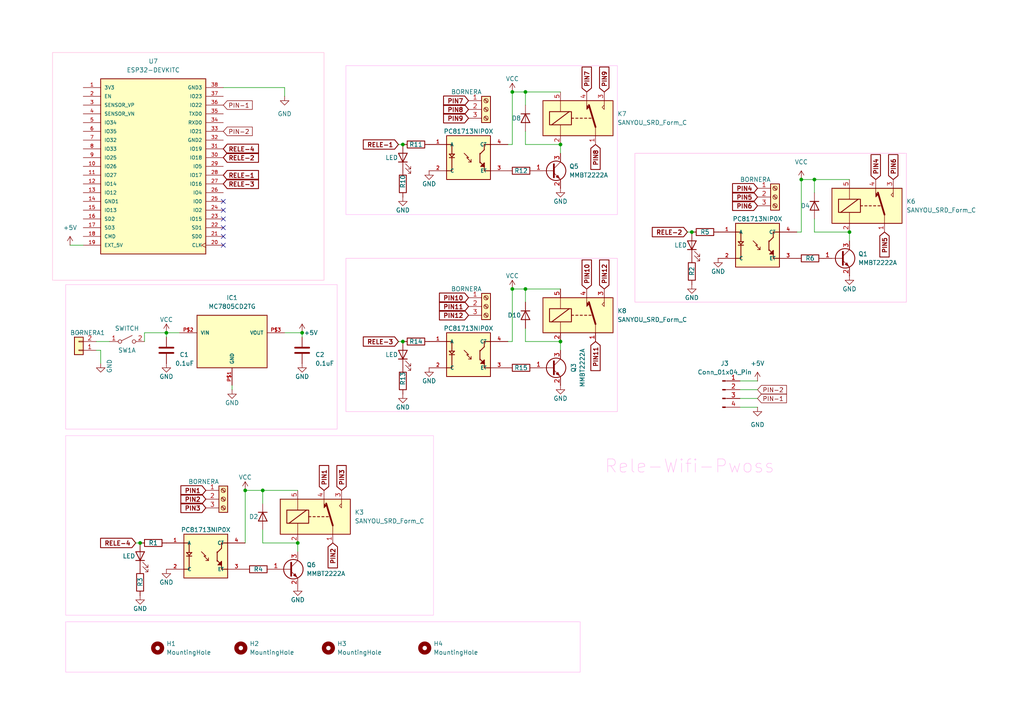
<source format=kicad_sch>
(kicad_sch (version 20250114) (generator "eeschema") (generator_version "9.0")
  (paper "A4")
  (lib_symbols
    (symbol "Connector:Conn_01x04_Pin" (pin_names (offset 1.016) (hide yes))
      (property "Reference" "J" (at 0 5.08 0))
      (property "Value" "Conn_01x04_Pin" (at 0 -7.62 0))
      (symbol "Conn_01x04_Pin_1_1"
        (rectangle (start 0.8636 2.667) (end 0 2.413) (stroke (width 0.1524)) (fill (type outline)))
        (rectangle (start 0.8636 0.127) (end 0 -0.127) (stroke (width 0.1524)) (fill (type outline)))
        (rectangle (start 0.8636 -2.413) (end 0 -2.667) (stroke (width 0.1524)) (fill (type outline)))
        (rectangle (start 0.8636 -4.953) (end 0 -5.207) (stroke (width 0.1524)) (fill (type outline)))
        (polyline (pts (xy 1.27 2.54) (xy 0.8636 2.54)) (stroke (width 0.1524)))
        (polyline (pts (xy 1.27 0) (xy 0.8636 0)) (stroke (width 0.1524)))
        (polyline (pts (xy 1.27 -2.54) (xy 0.8636 -2.54)) (stroke (width 0.1524)))
        (polyline (pts (xy 1.27 -5.08) (xy 0.8636 -5.08)) (stroke (width 0.1524)))
        (pin passive line (at 5.08 2.54 180) (length 3.81) (name "Pin_1") (number "1"))
        (pin passive line (at 5.08 0 180) (length 3.81) (name "Pin_2") (number "2"))
        (pin passive line (at 5.08 -2.54 180) (length 3.81) (name "Pin_3") (number "3"))
        (pin passive line (at 5.08 -5.08 180) (length 3.81) (name "Pin_4") (number "4"))
      )
    )
    (symbol "Connector:Screw_Terminal_01x03" (pin_names (offset 1.016) (hide yes))
      (property "Reference" "J" (at 0 5.08 0))
      (property "Value" "Screw_Terminal_01x03" (at 0 -5.08 0))
      (symbol "Screw_Terminal_01x03_1_1"
        (rectangle (start -1.27 3.81) (end 1.27 -3.81) (stroke (width 0.254)) (fill (type background)))
        (polyline (pts (xy -0.5334 2.8702) (xy 0.3302 2.032)) (stroke (width 0.1524)))
        (polyline (pts (xy -0.5334 0.3302) (xy 0.3302 -0.508)) (stroke (width 0.1524)))
        (polyline (pts (xy -0.5334 -2.2098) (xy 0.3302 -3.048)) (stroke (width 0.1524)))
        (polyline (pts (xy -0.3556 3.048) (xy 0.508 2.2098)) (stroke (width 0.1524)))
        (polyline (pts (xy -0.3556 0.508) (xy 0.508 -0.3302)) (stroke (width 0.1524)))
        (polyline (pts (xy -0.3556 -2.032) (xy 0.508 -2.8702)) (stroke (width 0.1524)))
        (circle (center 0 2.54) (radius 0.635) (stroke (width 0.1524)))
        (circle (center 0 0) (radius 0.635) (stroke (width 0.1524)))
        (circle (center 0 -2.54) (radius 0.635) (stroke (width 0.1524)))
        (pin passive line (at -5.08 2.54 0) (length 3.81) (name "Pin_1") (number "1"))
        (pin passive line (at -5.08 0 0) (length 3.81) (name "Pin_2") (number "2"))
        (pin passive line (at -5.08 -2.54 0) (length 3.81) (name "Pin_3") (number "3"))
      )
    )
    (symbol "Connector_Generic:Conn_01x02" (pin_names (offset 1.016) (hide yes))
      (property "Reference" "J" (at 0 2.54 0))
      (property "Value" "Conn_01x02" (at 0 -5.08 0))
      (symbol "Conn_01x02_1_1"
        (rectangle (start -1.27 1.27) (end 1.27 -3.81) (stroke (width 0.254)) (fill (type background)))
        (rectangle (start -1.27 0.127) (end 0 -0.127) (stroke (width 0.1524)))
        (rectangle (start -1.27 -2.413) (end 0 -2.667) (stroke (width 0.1524)))
        (pin passive line (at -5.08 0 0) (length 3.81) (name "Pin_1") (number "1"))
        (pin passive line (at -5.08 -2.54 0) (length 3.81) (name "Pin_2") (number "2"))
      )
    )
    (symbol "Device:C" (pin_numbers (hide yes)) (pin_names (offset 0.254))
      (property "Reference" "C" (at 0.635 2.54 0))
      (property "Value" "C" (at 0.635 -2.54 0))
      (symbol "C_0_1"
        (polyline (pts (xy -2.032 0.762) (xy 2.032 0.762)) (stroke (width 0.508)))
        (polyline (pts (xy -2.032 -0.762) (xy 2.032 -0.762)) (stroke (width 0.508)))
      )
      (symbol "C_1_1"
        (pin passive line (at 0 3.81 270) (length 2.794) (name "~") (number "1"))
        (pin passive line (at 0 -3.81 90) (length 2.794) (name "~") (number "2"))
      )
    )
    (symbol "Device:D" (pin_numbers (hide yes)) (pin_names (offset 1.016) (hide yes))
      (property "Reference" "D" (at 0 2.54 0))
      (property "Value" "D" (at 0 -2.54 0))
      (symbol "D_0_1"
        (polyline (pts (xy -1.27 1.27) (xy -1.27 -1.27)) (stroke (width 0.254)))
        (polyline (pts (xy 1.27 1.27) (xy 1.27 -1.27) (xy -1.27 0) (xy 1.27 1.27)) (stroke (width 0.254)))
        (polyline (pts (xy 1.27 0) (xy -1.27 0)))
      )
      (symbol "D_1_1"
        (pin passive line (at -3.81 0 0) (length 2.54) (name "K") (number "1"))
        (pin passive line (at 3.81 0 180) (length 2.54) (name "A") (number "2"))
      )
    )
    (symbol "Device:LED" (pin_numbers (hide yes)) (pin_names (offset 1.016) (hide yes))
      (property "Reference" "D" (at 0 2.54 0))
      (property "Value" "LED" (at 0 -2.54 0))
      (symbol "LED_0_1"
        (polyline (pts (xy -3.048 -0.762) (xy -4.572 -2.286) (xy -3.81 -2.286) (xy -4.572 -2.286) (xy -4.572 -1.524)))
        (polyline (pts (xy -1.778 -0.762) (xy -3.302 -2.286) (xy -2.54 -2.286) (xy -3.302 -2.286) (xy -3.302 -1.524)))
        (polyline (pts (xy -1.27 0) (xy 1.27 0)))
        (polyline (pts (xy -1.27 -1.27) (xy -1.27 1.27)) (stroke (width 0.254)))
        (polyline (pts (xy 1.27 -1.27) (xy 1.27 1.27) (xy -1.27 0) (xy 1.27 -1.27)) (stroke (width 0.254)))
      )
      (symbol "LED_1_1"
        (pin passive line (at -3.81 0 0) (length 2.54) (name "K") (number "1"))
        (pin passive line (at 3.81 0 180) (length 2.54) (name "A") (number "2"))
      )
    )
    (symbol "Device:R" (pin_numbers (hide yes)) (pin_names (offset 0))
      (property "Reference" "R" (at 2.032 0 90))
      (property "Value" "R" (at 0 0 90))
      (symbol "R_0_1"
        (rectangle (start -1.016 -2.54) (end 1.016 2.54) (stroke (width 0.254)))
      )
      (symbol "R_1_1"
        (pin passive line (at 0 3.81 270) (length 1.27) (name "~") (number "1"))
        (pin passive line (at 0 -3.81 90) (length 1.27) (name "~") (number "2"))
      )
    )
    (symbol "ESP32-DEVKITC:ESP32-DEVKITC" (pin_names (offset 1.016))
      (property "Reference" "U" (at -15.2572 26.0643 0))
      (property "Value" "ESP32-DEVKITC" (at -15.2563 -27.9698 0))
      (symbol "ESP32-DEVKITC_0_0"
        (rectangle (start -15.24 -25.4) (end 15.24 25.4) (stroke (width 0.254)) (fill (type background)))
        (pin power_in line (at -20.32 22.86 0) (length 5.08) (name "3V3") (number "1"))
        (pin input line (at -20.32 20.32 0) (length 5.08) (name "EN") (number "2"))
        (pin input line (at -20.32 17.78 0) (length 5.08) (name "SENSOR_VP") (number "3"))
        (pin input line (at -20.32 15.24 0) (length 5.08) (name "SENSOR_VN") (number "4"))
        (pin bidirectional line (at -20.32 12.7 0) (length 5.08) (name "IO34") (number "5"))
        (pin bidirectional line (at -20.32 10.16 0) (length 5.08) (name "IO35") (number "6"))
        (pin bidirectional line (at -20.32 7.62 0) (length 5.08) (name "IO32") (number "7"))
        (pin bidirectional line (at -20.32 5.08 0) (length 5.08) (name "IO33") (number "8"))
        (pin bidirectional line (at -20.32 2.54 0) (length 5.08) (name "IO25") (number "9"))
        (pin bidirectional line (at -20.32 0 0) (length 5.08) (name "IO26") (number "10"))
        (pin bidirectional line (at -20.32 -2.54 0) (length 5.08) (name "IO27") (number "11"))
        (pin bidirectional line (at -20.32 -5.08 0) (length 5.08) (name "IO14") (number "12"))
        (pin bidirectional line (at -20.32 -7.62 0) (length 5.08) (name "IO12") (number "13"))
        (pin power_in line (at -20.32 -10.16 0) (length 5.08) (name "GND1") (number "14"))
        (pin bidirectional line (at -20.32 -12.7 0) (length 5.08) (name "IO13") (number "15"))
        (pin bidirectional line (at -20.32 -15.24 0) (length 5.08) (name "SD2") (number "16"))
        (pin bidirectional line (at -20.32 -17.78 0) (length 5.08) (name "SD3") (number "17"))
        (pin bidirectional line (at -20.32 -20.32 0) (length 5.08) (name "CMD") (number "18"))
        (pin power_in line (at -20.32 -22.86 0) (length 5.08) (name "EXT_5V") (number "19"))
        (pin power_in line (at 20.32 22.86 180) (length 5.08) (name "GND3") (number "38"))
        (pin bidirectional line (at 20.32 20.32 180) (length 5.08) (name "IO23") (number "37"))
        (pin bidirectional line (at 20.32 17.78 180) (length 5.08) (name "IO22") (number "36"))
        (pin output line (at 20.32 15.24 180) (length 5.08) (name "TXD0") (number "35"))
        (pin input line (at 20.32 12.7 180) (length 5.08) (name "RXD0") (number "34"))
        (pin bidirectional line (at 20.32 10.16 180) (length 5.08) (name "IO21") (number "33"))
        (pin power_in line (at 20.32 7.62 180) (length 5.08) (name "GND2") (number "32"))
        (pin bidirectional line (at 20.32 5.08 180) (length 5.08) (name "IO19") (number "31"))
        (pin bidirectional line (at 20.32 2.54 180) (length 5.08) (name "IO18") (number "30"))
        (pin bidirectional line (at 20.32 0 180) (length 5.08) (name "IO5") (number "29"))
        (pin bidirectional line (at 20.32 -2.54 180) (length 5.08) (name "IO17") (number "28"))
        (pin bidirectional line (at 20.32 -5.08 180) (length 5.08) (name "IO16") (number "27"))
        (pin bidirectional line (at 20.32 -7.62 180) (length 5.08) (name "IO4") (number "26"))
        (pin bidirectional line (at 20.32 -10.16 180) (length 5.08) (name "IO0") (number "25"))
        (pin bidirectional line (at 20.32 -12.7 180) (length 5.08) (name "IO2") (number "24"))
        (pin bidirectional line (at 20.32 -15.24 180) (length 5.08) (name "IO15") (number "23"))
        (pin bidirectional line (at 20.32 -17.78 180) (length 5.08) (name "SD1") (number "22"))
        (pin bidirectional line (at 20.32 -20.32 180) (length 5.08) (name "SD0") (number "21"))
        (pin input clock (at 20.32 -22.86 180) (length 5.08) (name "CLK") (number "20"))
      )
    )
    (symbol "MC7805CD2TG:MC7805CD2TG" (pin_names (offset 1.016))
      (property "Reference" "IC" (at -5.08 12.7 0))
      (symbol "MC7805CD2TG_0_0"
        (rectangle (start -10.16 -5.08) (end 10.16 10.16) (stroke (width 0.254)) (fill (type background)))
        (pin bidirectional line (at -15.24 5.08 0) (length 5.08) (name "VIN") (number "P$2"))
        (pin bidirectional line (at 0 -10.16 90) (length 5.08) (name "GND") (number "P$1"))
        (pin bidirectional line (at 15.24 5.08 180) (length 5.08) (name "VOUT") (number "P$3"))
      )
    )
    (symbol "Mechanical:MountingHole" (pin_names (offset 1.016)) (exclude_from_sim yes) (in_bom no)
      (property "Reference" "H" (at 0 5.08 0))
      (property "Value" "MountingHole" (at 0 3.175 0))
      (symbol "MountingHole_0_1"
        (circle (center 0 0) (radius 1.27) (stroke (width 1.27)))
      )
    )
    (symbol "PC81713NIP0X:PC81713NIP0X" (pin_names (offset 1.016))
      (property "Reference" "U" (at -5.0866 10.1732 0))
      (property "Value" "PC81713NIP0X" (at -5.0839 -7.6258 0))
      (symbol "PC81713NIP0X_0_0"
        (polyline (pts (xy -5.08 5.08) (xy -3.556 5.08)) (stroke (width 0.254)))
        (rectangle (start -5.08 -5.08) (end 7.62 7.62) (stroke (width 0.254)) (fill (type background)))
        (polyline (pts (xy -4.318 2.286) (xy -3.556 1.524)) (stroke (width 0.254)))
        (polyline (pts (xy -4.318 1.27) (xy -2.794 1.27)) (stroke (width 0.254)))
        (polyline (pts (xy -3.556 5.08) (xy -3.556 2.286)) (stroke (width 0.254)))
        (polyline (pts (xy -3.556 2.286) (xy -4.318 2.286)) (stroke (width 0.254)))
        (polyline (pts (xy -3.556 2.286) (xy -2.794 2.286)) (stroke (width 0.254)))
        (polyline (pts (xy -3.556 1.524) (xy -2.794 2.286)) (stroke (width 0.254)))
        (polyline (pts (xy -3.556 1.27) (xy -3.556 -2.54)) (stroke (width 0.254)))
        (polyline (pts (xy -3.556 -2.54) (xy -5.08 -2.54)) (stroke (width 0.254)))
        (polyline (pts (xy 0 2.54) (xy 1.27 1.27)) (stroke (width 0.2032)))
        (polyline (pts (xy 0.762 1.27) (xy 2.032 0)) (stroke (width 0.2032)))
        (polyline (pts (xy 1.27 1.27) (xy 0.762 1.27)) (stroke (width 0.2032)))
        (polyline (pts (xy 2.032 0) (xy 1.27 0)) (stroke (width 0.2032)))
        (polyline (pts (xy 2.032 0) (xy 2.032 0.762)) (stroke (width 0.2032)))
        (polyline (pts (xy 4.572 2.286) (xy 4.572 2.54)) (stroke (width 0.254)))
        (polyline (pts (xy 4.572 2.286) (xy 4.572 0)) (stroke (width 0.254)))
        (polyline (pts (xy 4.572 0) (xy 4.572 -0.254)) (stroke (width 0.254)))
        (polyline (pts (xy 4.572 0) (xy 5.842 -1.27)) (stroke (width 0.254)))
        (polyline (pts (xy 4.826 -1.27) (xy 5.588 -1.27)) (stroke (width 0.254)))
        (polyline (pts (xy 5.08 -1.016) (xy 4.826 -1.27)) (stroke (width 0.254)))
        (polyline (pts (xy 5.08 -1.016) (xy 5.334 -1.016)) (stroke (width 0.254)))
        (polyline (pts (xy 5.334 -1.016) (xy 5.588 -1.27)) (stroke (width 0.254)))
        (polyline (pts (xy 5.588 -0.762) (xy 5.334 -1.016)) (stroke (width 0.254)))
        (polyline (pts (xy 5.588 -0.762) (xy 5.842 -0.508)) (stroke (width 0.254)))
        (polyline (pts (xy 5.588 -1.27) (xy 5.588 -0.762)) (stroke (width 0.254)))
        (polyline (pts (xy 5.588 -1.27) (xy 5.842 -1.27)) (stroke (width 0.254)))
        (polyline (pts (xy 5.842 5.08) (xy 5.842 3.556)) (stroke (width 0.254)))
        (polyline (pts (xy 5.842 3.556) (xy 4.572 2.286)) (stroke (width 0.254)))
        (polyline (pts (xy 5.842 -0.254) (xy 5.08 -1.016)) (stroke (width 0.254)))
        (polyline (pts (xy 5.842 -0.508) (xy 5.842 -0.254)) (stroke (width 0.254)))
        (polyline (pts (xy 5.842 -1.016) (xy 5.588 -0.762)) (stroke (width 0.254)))
        (polyline (pts (xy 5.842 -1.016) (xy 5.842 -0.508)) (stroke (width 0.254)))
        (polyline (pts (xy 5.842 -1.27) (xy 5.842 -1.016)) (stroke (width 0.254)))
        (polyline (pts (xy 5.842 -1.27) (xy 5.842 -2.54)) (stroke (width 0.254)))
        (polyline (pts (xy 5.842 -2.54) (xy 7.62 -2.54)) (stroke (width 0.254)))
        (polyline (pts (xy 7.62 5.08) (xy 5.842 5.08)) (stroke (width 0.254)))
        (pin passive line (at -10.16 5.08 0) (length 5.08) (name "A") (number "1"))
        (pin passive line (at -10.16 -2.54 0) (length 5.08) (name "C") (number "2"))
        (pin passive line (at 12.7 5.08 180) (length 5.08) (name "CT") (number "4"))
        (pin passive line (at 12.7 -2.54 180) (length 5.08) (name "ET") (number "3"))
      )
    )
    (symbol "R_1" (pin_numbers (hide yes)) (pin_names (offset 0) (hide yes))
      (property "Reference" "R" (at 2.032 0 90))
      (property "Value" "R" (at 0 0 90))
      (symbol "R_1_0_1"
        (rectangle (start -1.016 -2.54) (end 1.016 2.54) (stroke (width 0.254)))
      )
      (symbol "R_1_1_1"
        (pin passive line (at 0 3.81 270) (length 1.27) (name "~") (number "1"))
        (pin passive line (at 0 -3.81 90) (length 1.27) (name "~") (number "2"))
      )
    )
    (symbol "Relay:SANYOU_SRD_Form_C"
      (property "Reference" "K" (at 11.43 3.81 0))
      (property "Value" "SANYOU_SRD_Form_C" (at 11.43 1.27 0))
      (symbol "SANYOU_SRD_Form_C_0_0"
        (polyline (pts (xy 7.62 5.08) (xy 7.62 2.54) (xy 6.985 3.175) (xy 7.62 3.81)))
      )
      (symbol "SANYOU_SRD_Form_C_0_1"
        (rectangle (start -10.16 5.08) (end 10.16 -5.08) (stroke (width 0.254)) (fill (type background)))
        (rectangle (start -8.255 1.905) (end -1.905 -1.905) (stroke (width 0.254)))
        (polyline (pts (xy -7.62 -1.905) (xy -2.54 1.905)) (stroke (width 0.254)))
        (polyline (pts (xy -5.08 5.08) (xy -5.08 1.905)))
        (polyline (pts (xy -5.08 -5.08) (xy -5.08 -1.905)))
        (polyline (pts (xy -1.905 0) (xy -1.27 0)) (stroke (width 0.254)))
        (polyline (pts (xy -0.635 0) (xy 0 0)) (stroke (width 0.254)))
        (polyline (pts (xy 0.635 0) (xy 1.27 0)) (stroke (width 0.254)))
        (polyline (pts (xy 1.905 0) (xy 2.54 0)) (stroke (width 0.254)))
        (polyline (pts (xy 3.175 0) (xy 3.81 0)) (stroke (width 0.254)))
        (polyline (pts (xy 5.08 -2.54) (xy 3.175 3.81)) (stroke (width 0.508)))
        (polyline (pts (xy 5.08 -2.54) (xy 5.08 -5.08)))
      )
      (symbol "SANYOU_SRD_Form_C_1_1"
        (polyline (pts (xy 2.54 3.81) (xy 3.175 3.175) (xy 2.54 2.54) (xy 2.54 5.08)) (fill (type outline)))
        (pin passive line (at -5.08 7.62 270) (length 2.54) (name "~") (number "5"))
        (pin passive line (at -5.08 -7.62 90) (length 2.54) (name "~") (number "2"))
        (pin passive line (at 2.54 7.62 270) (length 2.54) (name "~") (number "4"))
        (pin passive line (at 5.08 -7.62 90) (length 2.54) (name "~") (number "1"))
        (pin passive line (at 7.62 7.62 270) (length 2.54) (name "~") (number "3"))
      )
    )
    (symbol "Switch:SW_DPST_x2" (pin_names (offset 0) (hide yes))
      (property "Reference" "SW" (at 0 3.175 0))
      (property "Value" "SW_DPST_x2" (at 0 -2.54 0))
      (symbol "SW_DPST_x2_0_0"
        (circle (center -2.032 0) (radius 0.508))
        (polyline (pts (xy -1.524 0.254) (xy 1.524 1.778)))
        (circle (center 2.032 0) (radius 0.508))
      )
      (symbol "SW_DPST_x2_1_1"
        (pin passive line (at -5.08 0 0) (length 2.54) (name "A") (number "1"))
        (pin passive line (at 5.08 0 180) (length 2.54) (name "B") (number "2"))
      )
      (symbol "SW_DPST_x2_2_1"
        (pin passive line (at -5.08 0 0) (length 2.54) (name "A") (number "3"))
        (pin passive line (at 5.08 0 180) (length 2.54) (name "B") (number "4"))
      )
    )
    (symbol "Transistor_BJT:MMBT2222A" (pin_names (offset 0) (hide yes))
      (property "Reference" "Q" (at 5.08 1.905 0))
      (property "Value" "MMBT2222A" (at 5.08 0 0))
      (symbol "MMBT2222A_0_1"
        (polyline (pts (xy -2.54 0) (xy 0.635 0)))
        (polyline (pts (xy 0.635 1.905) (xy 0.635 -1.905)) (stroke (width 0.508)))
        (circle (center 1.27 0) (radius 2.8194) (stroke (width 0.254)))
      )
      (symbol "MMBT2222A_1_1"
        (polyline (pts (xy 0.635 0.635) (xy 2.54 2.54)))
        (polyline (pts (xy 0.635 -0.635) (xy 2.54 -2.54)))
        (polyline (pts (xy 1.27 -1.778) (xy 1.778 -1.27) (xy 2.286 -2.286) (xy 1.27 -1.778)) (fill (type outline)))
        (pin input line (at -5.08 0 0) (length 2.54) (name "B") (number "1"))
        (pin passive line (at 2.54 5.08 270) (length 2.54) (name "C") (number "3"))
        (pin passive line (at 2.54 -5.08 90) (length 2.54) (name "E") (number "2"))
      )
    )
    (symbol "power:+12V" (power) (pin_numbers (hide yes)) (pin_names (offset 0) (hide yes))
      (property "Value" "+12V" (at 0 3.556 0))
      (symbol "+12V_0_1"
        (polyline (pts (xy -0.762 1.27) (xy 0 2.54)))
        (polyline (pts (xy 0 2.54) (xy 0.762 1.27)))
        (polyline (pts (xy 0 0) (xy 0 2.54)))
      )
      (symbol "+12V_1_1"
        (pin power_in line (at 0 0 90) (length 0) (name "~") (number "1"))
      )
    )
    (symbol "power:+5V" (power) (pin_numbers (hide yes)) (pin_names (offset 0) (hide yes))
      (property "Value" "+5V" (at 0 3.556 0))
      (symbol "+5V_0_1"
        (polyline (pts (xy -0.762 1.27) (xy 0 2.54)))
        (polyline (pts (xy 0 2.54) (xy 0.762 1.27)))
        (polyline (pts (xy 0 0) (xy 0 2.54)))
      )
      (symbol "+5V_1_1"
        (pin power_in line (at 0 0 90) (length 0) (name "~") (number "1"))
      )
    )
    (symbol "power:GND" (power) (pin_numbers (hide yes)) (pin_names (offset 0) (hide yes))
      (property "Value" "GND" (at 0 -3.81 0))
      (symbol "GND_0_1"
        (polyline (pts (xy 0 0) (xy 0 -1.27) (xy 1.27 -1.27) (xy 0 -2.54) (xy -1.27 -1.27) (xy 0 -1.27)))
      )
      (symbol "GND_1_1"
        (pin power_in line (at 0 0 270) (length 0) (name "~") (number "1"))
      )
    )
  )
  (rectangle (start 100.33 74.93) (end 179.07 119.38) (stroke (width 0) (color 255 178 234 1)))
  (rectangle (start 184.15 44.45) (end 262.89 87.63) (stroke (width 0) (color 255 177 232 1)))
  (rectangle (start 19.05 126.365) (end 125.73 178.435) (stroke (width 0) (color 255 191 243 1)))
  (rectangle (start 100.33 19.05) (end 179.07 62.23) (stroke (width 0) (color 255 184 247 1)))
  (rectangle (start 15.24 15.24) (end 93.98 81.28) (stroke (width 0) (color 255 185 221 1)))
  (rectangle (start 19.05 82.55) (end 97.79 124.46) (stroke (width 0) (color 255 182 237 1)))
  (rectangle (start 19.05 180.34) (end 168.275 194.945) (stroke (width 0) (color 255 182 243 1)))
  (junction (at 162.56 41.91))
  (junction (at 40.64 157.48))
  (junction (at 86.36 157.48))
  (junction (at 87.63 96.52))
  (junction (at 116.84 99.06))
  (junction (at 200.66 67.31))
  (junction (at 148.59 83.82))
  (junction (at 148.59 26.67))
  (junction (at 116.84 41.91))
  (junction (at 152.4 83.82))
  (junction (at 246.38 67.31))
  (junction (at 48.26 96.52))
  (junction (at 236.22 52.07))
  (junction (at 162.56 99.06))
  (junction (at 152.4 26.67))
  (junction (at 76.2 142.24))
  (junction (at 71.12 142.24))
  (junction (at 232.41 52.07))
  (no_connect (at 64.77 60.96))
  (no_connect (at 64.77 58.42))
  (no_connect (at 64.77 66.04))
  (no_connect (at 64.77 71.12))
  (no_connect (at 64.77 68.58))
  (no_connect (at 64.77 63.5))
  (wire (pts (xy 82.55 25.4) (xy 64.77 25.4)))
  (wire (pts (xy 214.63 110.49) (xy 219.71 110.49)))
  (wire (pts (xy 41.91 96.52) (xy 41.91 99.06)))
  (wire (pts (xy 214.63 118.11) (xy 219.71 118.11)))
  (wire (pts (xy 76.2 142.24) (xy 76.2 146.05)))
  (wire (pts (xy 41.91 96.52) (xy 48.26 96.52)))
  (wire (pts (xy 48.26 96.52) (xy 48.26 97.79)))
  (wire (pts (xy 71.12 142.24) (xy 71.12 157.48)))
  (wire (pts (xy 236.22 52.07) (xy 246.38 52.07)))
  (wire (pts (xy 148.59 83.82) (xy 152.4 83.82)))
  (wire (pts (xy 152.4 26.67) (xy 152.4 30.48)))
  (wire (pts (xy 162.56 41.91) (xy 162.56 44.45)))
  (wire (pts (xy 231.14 67.31) (xy 232.41 67.31)))
  (wire (pts (xy 29.21 101.6) (xy 29.21 105.41)))
  (wire (pts (xy 199.39 67.31) (xy 200.66 67.31)))
  (wire (pts (xy 232.41 52.07) (xy 232.41 67.31)))
  (wire (pts (xy 115.57 41.91) (xy 116.84 41.91)))
  (wire (pts (xy 148.59 26.67) (xy 152.4 26.67)))
  (wire (pts (xy 214.63 113.03) (xy 219.71 113.03)))
  (wire (pts (xy 236.22 63.5) (xy 236.22 67.31)))
  (wire (pts (xy 152.4 99.06) (xy 162.56 99.06)))
  (wire (pts (xy 162.56 99.06) (xy 162.56 101.6)))
  (wire (pts (xy 82.55 27.94) (xy 82.55 25.4)))
  (wire (pts (xy 232.41 52.07) (xy 236.22 52.07)))
  (wire (pts (xy 82.55 96.52) (xy 87.63 96.52)))
  (wire (pts (xy 39.37 157.48) (xy 40.64 157.48)))
  (wire (pts (xy 236.22 67.31) (xy 246.38 67.31)))
  (wire (pts (xy 86.36 157.48) (xy 86.36 160.02)))
  (wire (pts (xy 76.2 153.67) (xy 76.2 157.48)))
  (wire (pts (xy 52.07 96.52) (xy 48.26 96.52)))
  (wire (pts (xy 152.4 95.25) (xy 152.4 99.06)))
  (wire (pts (xy 148.59 26.67) (xy 148.59 41.91)))
  (wire (pts (xy 27.94 101.6) (xy 29.21 101.6)))
  (wire (pts (xy 152.4 41.91) (xy 162.56 41.91)))
  (wire (pts (xy 148.59 83.82) (xy 148.59 99.06)))
  (wire (pts (xy 147.32 99.06) (xy 148.59 99.06)))
  (wire (pts (xy 115.57 99.06) (xy 116.84 99.06)))
  (wire (pts (xy 152.4 83.82) (xy 162.56 83.82)))
  (wire (pts (xy 152.4 83.82) (xy 152.4 87.63)))
  (wire (pts (xy 76.2 157.48) (xy 86.36 157.48)))
  (wire (pts (xy 152.4 26.67) (xy 162.56 26.67)))
  (wire (pts (xy 76.2 142.24) (xy 86.36 142.24)))
  (wire (pts (xy 236.22 52.07) (xy 236.22 55.88)))
  (wire (pts (xy 67.31 113.03) (xy 67.31 111.76)))
  (wire (pts (xy 27.94 99.06) (xy 31.75 99.06)))
  (wire (pts (xy 71.12 142.24) (xy 76.2 142.24)))
  (wire (pts (xy 246.38 67.31) (xy 246.38 69.85)))
  (wire (pts (xy 152.4 38.1) (xy 152.4 41.91)))
  (wire (pts (xy 214.63 115.57) (xy 219.71 115.57)))
  (wire (pts (xy 147.32 41.91) (xy 148.59 41.91)))
  (wire (pts (xy 87.63 96.52) (xy 87.63 97.79)))
  (wire (pts (xy 20.32 71.12) (xy 24.13 71.12)))
  (label "Rele-Wifi-Pwoss" (at 175.26 138.43 0) (effects (font (size 3.81 3.81))))
  (global_label "PIN11" (shape input) (at 172.72 99.06 270) (effects (font (thickness 0.254) (bold yes))) (property "Intersheetrefs" "${INTERSHEET_REFS}" (effects (hide yes))))
  (global_label "PIN9" (shape input) (at 135.89 34.29 180) (effects (font (thickness 0.254) (bold yes))) (property "Intersheetrefs" "${INTERSHEET_REFS}" (effects (hide yes))))
  (global_label "PIN-1" (shape input) (at 64.77 30.48 0) (property "Intersheetrefs" "${INTERSHEET_REFS}" (effects (hide yes))))
  (global_label "PIN3" (shape input) (at 99.06 142.24 90) (effects (font (thickness 0.254) (bold yes))) (property "Intersheetrefs" "${INTERSHEET_REFS}" (effects (hide yes))))
  (global_label "PIN4" (shape input) (at 254 52.07 90) (effects (font (thickness 0.254) (bold yes))) (property "Intersheetrefs" "${INTERSHEET_REFS}" (effects (hide yes))))
  (global_label "RELE-2" (shape input) (at 199.39 67.31 180) (effects (font (thickness 0.254) (bold yes))) (property "Intersheetrefs" "${INTERSHEET_REFS}" (effects (hide yes))))
  (global_label "PIN5" (shape input) (at 256.54 67.31 270) (effects (font (thickness 0.254) (bold yes))) (property "Intersheetrefs" "${INTERSHEET_REFS}" (effects (hide yes))))
  (global_label "RELE-1" (shape input) (at 115.57 41.91 180) (effects (font (thickness 0.254) (bold yes))) (property "Intersheetrefs" "${INTERSHEET_REFS}" (effects (hide yes))))
  (global_label "PIN2" (shape input) (at 96.52 157.48 270) (effects (font (thickness 0.254) (bold yes))) (property "Intersheetrefs" "${INTERSHEET_REFS}" (effects (hide yes))))
  (global_label "PIN12" (shape input) (at 175.26 83.82 90) (effects (font (thickness 0.254) (bold yes))) (property "Intersheetrefs" "${INTERSHEET_REFS}" (effects (hide yes))))
  (global_label "RELE-3" (shape input) (at 64.77 53.34 0) (effects (font (thickness 0.254) (bold yes))) (property "Intersheetrefs" "${INTERSHEET_REFS}" (effects (hide yes))))
  (global_label "PIN3" (shape input) (at 59.69 147.32 180) (effects (font (thickness 0.254) (bold yes))) (property "Intersheetrefs" "${INTERSHEET_REFS}" (effects (hide yes))))
  (global_label "PIN8" (shape input) (at 172.72 41.91 270) (effects (font (thickness 0.254) (bold yes))) (property "Intersheetrefs" "${INTERSHEET_REFS}" (effects (hide yes))))
  (global_label "PIN-2" (shape input) (at 64.77 38.1 0) (property "Intersheetrefs" "${INTERSHEET_REFS}" (effects (hide yes))))
  (global_label "PIN7" (shape input) (at 135.89 29.21 180) (effects (font (thickness 0.254) (bold yes))) (property "Intersheetrefs" "${INTERSHEET_REFS}" (effects (hide yes))))
  (global_label "PIN10" (shape input) (at 135.89 86.36 180) (effects (font (thickness 0.254) (bold yes))) (property "Intersheetrefs" "${INTERSHEET_REFS}" (effects (hide yes))))
  (global_label "RELE-1" (shape input) (at 64.77 50.8 0) (effects (font (thickness 0.254) (bold yes))) (property "Intersheetrefs" "${INTERSHEET_REFS}" (effects (hide yes))))
  (global_label "PIN-1" (shape input) (at 219.71 115.57 0) (property "Intersheetrefs" "${INTERSHEET_REFS}" (effects (hide yes))))
  (global_label "RELE-4" (shape input) (at 64.77 43.18 0) (effects (font (thickness 0.254) (bold yes))) (property "Intersheetrefs" "${INTERSHEET_REFS}" (effects (hide yes))))
  (global_label "PIN1" (shape input) (at 93.98 142.24 90) (effects (font (thickness 0.254) (bold yes))) (property "Intersheetrefs" "${INTERSHEET_REFS}" (effects (hide yes))))
  (global_label "PIN5" (shape input) (at 219.71 57.15 180) (effects (font (thickness 0.254) (bold yes))) (property "Intersheetrefs" "${INTERSHEET_REFS}" (effects (hide yes))))
  (global_label "RELE-3" (shape input) (at 115.57 99.06 180) (effects (font (thickness 0.254) (bold yes))) (property "Intersheetrefs" "${INTERSHEET_REFS}" (effects (hide yes))))
  (global_label "RELE-2" (shape input) (at 64.77 45.72 0) (effects (font (thickness 0.254) (bold yes))) (property "Intersheetrefs" "${INTERSHEET_REFS}" (effects (hide yes))))
  (global_label "PIN8" (shape input) (at 135.89 31.75 180) (effects (font (thickness 0.254) (bold yes))) (property "Intersheetrefs" "${INTERSHEET_REFS}" (effects (hide yes))))
  (global_label "PIN4" (shape input) (at 219.71 54.61 180) (effects (font (thickness 0.254) (bold yes))) (property "Intersheetrefs" "${INTERSHEET_REFS}" (effects (hide yes))))
  (global_label "PIN1" (shape input) (at 59.69 142.24 180) (effects (font (thickness 0.254) (bold yes))) (property "Intersheetrefs" "${INTERSHEET_REFS}" (effects (hide yes))))
  (global_label "PIN9" (shape input) (at 175.26 26.67 90) (effects (font (thickness 0.254) (bold yes))) (property "Intersheetrefs" "${INTERSHEET_REFS}" (effects (hide yes))))
  (global_label "PIN6" (shape input) (at 219.71 59.69 180) (effects (font (thickness 0.254) (bold yes))) (property "Intersheetrefs" "${INTERSHEET_REFS}" (effects (hide yes))))
  (global_label "PIN10" (shape input) (at 170.18 83.82 90) (effects (font (thickness 0.254) (bold yes))) (property "Intersheetrefs" "${INTERSHEET_REFS}" (effects (hide yes))))
  (global_label "PIN7" (shape input) (at 170.18 26.67 90) (effects (font (thickness 0.254) (bold yes))) (property "Intersheetrefs" "${INTERSHEET_REFS}" (effects (hide yes))))
  (global_label "PIN-2" (shape input) (at 219.71 113.03 0) (property "Intersheetrefs" "${INTERSHEET_REFS}" (effects (hide yes))))
  (global_label "PIN11" (shape input) (at 135.89 88.9 180) (effects (font (thickness 0.254) (bold yes))) (property "Intersheetrefs" "${INTERSHEET_REFS}" (effects (hide yes))))
  (global_label "PIN12" (shape input) (at 135.89 91.44 180) (effects (font (thickness 0.254) (bold yes))) (property "Intersheetrefs" "${INTERSHEET_REFS}" (effects (hide yes))))
  (global_label "PIN6" (shape input) (at 259.08 52.07 90) (effects (font (thickness 0.254) (bold yes))) (property "Intersheetrefs" "${INTERSHEET_REFS}" (effects (hide yes))))
  (global_label "PIN2" (shape input) (at 59.69 144.78 180) (effects (font (thickness 0.254) (bold yes))) (property "Intersheetrefs" "${INTERSHEET_REFS}" (effects (hide yes))))
  (global_label "RELE-4" (shape input) (at 39.37 157.48 180) (effects (font (thickness 0.254) (bold yes))) (property "Intersheetrefs" "${INTERSHEET_REFS}" (effects (hide yes))))
  (symbol (lib_id "Relay:SANYOU_SRD_Form_C") (at 167.64 91.44 0) (unit 1)
    (property "Reference" "K8" (at 179.07 90.1699 0) (effects (justify left)))
    (property "Value" "SANYOU_SRD_Form_C" (at 179.07 92.7099 0) (effects (justify left)))
    (property "Footprint" "Relay_THT:Relay_SPDT_SANYOU_SRD_Series_Form_C" (effects (hide yes)))
    (property "Datasheet" "http://www.sanyourelay.ca/public/products/pdf/SRD.pdf" (effects (hide yes)))
    (property "Description" "Sanyo SRD relay, Single Pole Miniature Power Relay," (effects (hide yes)))
  )
  (symbol (lib_id "Relay:SANYOU_SRD_Form_C") (at 167.64 34.29 0) (unit 1)
    (property "Reference" "K7" (at 179.07 33.0199 0) (effects (justify left)))
    (property "Value" "SANYOU_SRD_Form_C" (at 179.07 35.5599 0) (effects (justify left)))
    (property "Footprint" "Relay_THT:Relay_SPDT_SANYOU_SRD_Series_Form_C" (effects (hide yes)))
    (property "Datasheet" "http://www.sanyourelay.ca/public/products/pdf/SRD.pdf" (effects (hide yes)))
    (property "Description" "Sanyo SRD relay, Single Pole Miniature Power Relay," (effects (hide yes)))
  )
  (symbol (lib_id "Connector:Conn_01x04_Pin") (at 209.55 113.03 0) (unit 1)
    (property "Reference" "J3" (at 210.185 105.41 0))
    (property "Value" "Conn_01x04_Pin" (at 210.185 107.95 0))
    (property "Footprint" "Connector_PinSocket_2.54mm:PinSocket_1x04_P2.54mm_Vertical" (effects (hide yes)))
    (property "Description" "Generic connector, single row, 01x04, script generated" (effects (hide yes)))
  )
  (symbol (lib_id "Device:R") (at 204.47 67.31 90) (unit 1)
    (property "Reference" "R5" (at 204.47 67.31 90))
    (property "Value" "R" (effects (hide yes)))
    (property "Footprint" "Resistor_SMD:R_0805_2012Metric" (effects (hide yes)))
    (property "Description" "Resistor" (effects (hide yes)))
  )
  (symbol (lib_name "R_1") (lib_id "Device:R") (at 151.13 106.68 90) (unit 1)
    (property "Reference" "R15" (at 151.13 106.68 90))
    (property "Value" "R" (effects (hide yes)))
    (property "Footprint" "Resistor_SMD:R_0805_2012Metric" (effects (hide yes)))
    (property "Description" "Resistor" (effects (hide yes)))
  )
  (symbol (lib_id "Device:R") (at 40.64 168.91 0) (unit 1)
    (property "Reference" "R3" (at 40.64 170.18 90) (effects (justify left)))
    (property "Value" "R" (effects (hide yes)))
    (property "Footprint" "Resistor_SMD:R_0805_2012Metric" (effects (hide yes)))
    (property "Description" "Resistor" (effects (hide yes)))
  )
  (symbol (lib_id "power:+5V") (at 87.63 96.52 0) (unit 1)
    (property "Reference" "#PWR023" (effects (hide yes)))
    (property "Value" "+5V" (at 90.17 96.52 0))
    (property "Description" "Power symbol creates a global label with name \"+5V\"" (effects (hide yes)))
  )
  (symbol (lib_id "Device:D") (at 76.2 149.86 270) (unit 1)
    (property "Reference" "D2" (at 74.93 149.86 90) (effects (justify right)))
    (property "Value" "D" (effects (hide yes)))
    (property "Footprint" "Diode_SMD:D_SMA" (effects (hide yes)))
    (property "Description" "Diode" (effects (hide yes)))
    (property "Sim.Device" "D" (effects (hide yes)))
    (property "Sim.Pins" "1=K 2=A" (effects (hide yes)))
  )
  (symbol (lib_id "power:+12V") (at 48.26 96.52 0) (unit 1)
    (property "Reference" "#PWR022" (effects (hide yes)))
    (property "Value" "VCC" (at 48.26 92.71 0))
    (property "Description" "Power symbol creates a global label with name \"+12V\"" (effects (hide yes)))
  )
  (symbol (lib_id "Transistor_BJT:MMBT2222A") (at 243.84 74.93 0) (unit 1)
    (property "Reference" "Q1" (at 248.92 73.6599 0) (effects (justify left)))
    (property "Value" "MMBT2222A" (at 248.92 76.1999 0) (effects (justify left)))
    (property "Footprint" "Package_TO_SOT_SMD:SOT-23" (effects (hide yes)))
    (property "Datasheet" "https://assets.nexperia.com/documents/data-sheet/MMBT2222A.pdf" (effects (hide yes)))
    (property "Description" "600mA Ic, 40V Vce, NPN Transistor, SOT-23" (effects (hide yes)))
  )
  (symbol (lib_id "Connector:Screw_Terminal_01x03") (at 224.79 57.15 0) (unit 1)
    (property "Reference" "J2" (effects (hide yes)))
    (property "Value" "BORNERA" (at 214.63 52.07 0) (effects (justify left)))
    (property "Footprint" "TerminalBlock:TerminalBlock_bornier-3_P5.08mm" (effects (hide yes)))
    (property "Description" "Generic screw terminal, single row, 01x03, script generated (kicad-library-utils/schlib/autogen/connector/)" (effects (hide yes)))
  )
  (symbol (lib_id "power:GND") (at 29.21 105.41 0) (unit 1)
    (property "Reference" "#PWR09" (effects (hide yes)))
    (property "Value" "GND" (at 31.75 104.14 90) (effects (justify right)))
    (property "Description" "Power symbol creates a global label with name \"GND\" , ground" (effects (hide yes)))
  )
  (symbol (lib_id "power:GND") (at 208.28 74.93 0) (unit 1)
    (property "Reference" "#PWR06" (effects (hide yes)))
    (property "Value" "GND" (at 208.28 78.74 0))
    (property "Description" "Power symbol creates a global label with name \"GND\" , ground" (effects (hide yes)))
  )
  (symbol (lib_id "power:GND") (at 82.55 27.94 0) (unit 1)
    (property "Reference" "#PWR010" (effects (hide yes)))
    (property "Value" "GND" (at 82.55 33.02 0))
    (property "Description" "Power symbol creates a global label with name \"GND\" , ground" (effects (hide yes)))
  )
  (symbol (lib_id "Device:LED") (at 200.66 71.12 90) (unit 1)
    (property "Reference" "D1" (effects (hide yes)))
    (property "Value" "LED" (at 195.58 71.12 90) (effects (justify right)))
    (property "Footprint" "LED_SMD:LED_0805_2012Metric_Pad1.15x1.40mm_HandSolder" (effects (hide yes)))
    (property "Description" "Light emitting diode" (effects (hide yes)))
  )
  (symbol (lib_id "power:+12V") (at 148.59 83.82 0) (unit 1)
    (property "Reference" "#PWR019" (effects (hide yes)))
    (property "Value" "VCC" (at 148.59 80.01 0))
    (property "Description" "Power symbol creates a global label with name \"+12V\"" (effects (hide yes)))
  )
  (symbol (lib_id "Device:LED") (at 116.84 45.72 90) (unit 1)
    (property "Reference" "D7" (effects (hide yes)))
    (property "Value" "LED" (at 111.76 45.72 90) (effects (justify right)))
    (property "Footprint" "LED_SMD:LED_0805_2012Metric_Pad1.15x1.40mm_HandSolder" (effects (hide yes)))
    (property "Description" "Light emitting diode" (effects (hide yes)))
  )
  (symbol (lib_id "Device:C") (at 48.26 101.6 0) (unit 1)
    (property "Reference" "C1" (at 52.07 102.87 0) (effects (justify left)))
    (property "Value" "0.1uF" (at 50.8 105.41 0) (effects (justify left)))
    (property "Footprint" "Capacitor_SMD:C_0805_2012Metric" (effects (hide yes)))
    (property "Description" "Unpolarized capacitor" (effects (hide yes)))
  )
  (symbol (lib_id "PC81713NIP0X:PC81713NIP0X") (at 218.44 72.39 0) (unit 1)
    (property "Reference" "U2" (effects (hide yes)))
    (property "Value" "PC81713NIP0X" (at 219.71 63.5 0))
    (property "Footprint" "PC817:SOT254P1025X400-4N" (effects (hide yes)))
    (property "MF" "Sharp Microelectronics" (effects (hide yes)))
    (property "Description_1" "\n                        \n                            Optoisolator Transistor Output 5000Vrms 1 Channel 4-SMD\n                        \n" (effects (hide yes)))
    (property "Package" "SMD-4 SOCLE Technology" (effects (hide yes)))
    (property "Price" "None" (effects (hide yes)))
    (property "Check_prices" "https://www.snapeda.com/parts/PC81713NIP0X/Sharp/view-part/?ref=eda" (effects (hide yes)))
    (property "SnapEDA_Link" "https://www.snapeda.com/parts/PC81713NIP0X/Sharp/view-part/?ref=snap" (effects (hide yes)))
    (property "MP" "PC81713NIP0X" (effects (hide yes)))
    (property "Availability" "In Stock" (effects (hide yes)))
    (property "MANUFACTURER" "Sharp Electronics" (effects (hide yes)))
  )
  (symbol (lib_id "power:GND") (at 116.84 57.15 0) (unit 1)
    (property "Reference" "#PWR013" (effects (hide yes)))
    (property "Value" "GND" (at 116.84 60.96 0))
    (property "Description" "Power symbol creates a global label with name \"GND\" , ground" (effects (hide yes)))
  )
  (symbol (lib_id "Relay:SANYOU_SRD_Form_C") (at 91.44 149.86 0) (unit 1)
    (property "Reference" "K3" (at 102.87 148.5899 0) (effects (justify left)))
    (property "Value" "SANYOU_SRD_Form_C" (at 102.87 151.1299 0) (effects (justify left)))
    (property "Footprint" "Relay_THT:Relay_SPDT_SANYOU_SRD_Series_Form_C" (effects (hide yes)))
    (property "Datasheet" "http://www.sanyourelay.ca/public/products/pdf/SRD.pdf" (effects (hide yes)))
    (property "Description" "Sanyo SRD relay, Single Pole Miniature Power Relay," (effects (hide yes)))
  )
  (symbol (lib_id "Device:R") (at 120.65 99.06 90) (unit 1)
    (property "Reference" "R14" (at 120.65 99.06 90))
    (property "Value" "R" (effects (hide yes)))
    (property "Footprint" "Resistor_SMD:R_0805_2012Metric" (effects (hide yes)))
    (property "Description" "Resistor" (effects (hide yes)))
  )
  (symbol (lib_id "Device:D") (at 152.4 34.29 270) (unit 1)
    (property "Reference" "D8" (at 151.13 34.29 90) (effects (justify right)))
    (property "Value" "D" (effects (hide yes)))
    (property "Footprint" "Diode_SMD:D_SMA" (effects (hide yes)))
    (property "Description" "Diode" (effects (hide yes)))
    (property "Sim.Device" "D" (effects (hide yes)))
    (property "Sim.Pins" "1=K 2=A" (effects (hide yes)))
  )
  (symbol (lib_id "Connector:Screw_Terminal_01x03") (at 64.77 144.78 0) (unit 1)
    (property "Reference" "J1" (effects (hide yes)))
    (property "Value" "BORNERA" (at 54.61 139.7 0) (effects (justify left)))
    (property "Footprint" "TerminalBlock:TerminalBlock_bornier-3_P5.08mm" (effects (hide yes)))
    (property "Description" "Generic screw terminal, single row, 01x03, script generated (kicad-library-utils/schlib/autogen/connector/)" (effects (hide yes)))
  )
  (symbol (lib_id "power:+12V") (at 71.12 142.24 0) (unit 1)
    (property "Reference" "#PWR04" (effects (hide yes)))
    (property "Value" "VCC" (at 71.12 138.43 0))
    (property "Description" "Power symbol creates a global label with name \"+12V\"" (effects (hide yes)))
  )
  (symbol (lib_id "power:GND") (at 124.46 106.68 0) (unit 1)
    (property "Reference" "#PWR018" (effects (hide yes)))
    (property "Value" "GND" (at 124.46 110.49 0))
    (property "Description" "Power symbol creates a global label with name \"GND\" , ground" (effects (hide yes)))
  )
  (symbol (lib_name "R_1") (lib_id "Device:R") (at 234.95 74.93 90) (unit 1)
    (property "Reference" "R6" (at 234.95 74.93 90))
    (property "Value" "R" (effects (hide yes)))
    (property "Footprint" "Resistor_SMD:R_0805_2012Metric" (effects (hide yes)))
    (property "Description" "Resistor" (effects (hide yes)))
  )
  (symbol (lib_id "Mechanical:MountingHole") (at 45.72 187.96 0) (unit 1) (exclude_from_sim yes) (in_bom no)
    (property "Reference" "H1" (at 48.26 186.6899 0) (effects (justify left)))
    (property "Value" "MountingHole" (at 48.26 189.2299 0) (effects (justify left)))
    (property "Footprint" "MountingHole:MountingHole_3.2mm_M3" (effects (hide yes)))
    (property "Description" "Mounting Hole without connection" (effects (hide yes)))
  )
  (symbol (lib_id "power:GND") (at 219.71 118.11 0) (unit 1)
    (property "Reference" "#PWR026" (effects (hide yes)))
    (property "Value" "GND" (at 219.71 123.19 0))
    (property "Description" "Power symbol creates a global label with name \"GND\" , ground" (effects (hide yes)))
  )
  (symbol (lib_id "Mechanical:MountingHole") (at 95.25 187.96 0) (unit 1) (exclude_from_sim yes) (in_bom no)
    (property "Reference" "H3" (at 97.79 186.6899 0) (effects (justify left)))
    (property "Value" "MountingHole" (at 97.79 189.2299 0) (effects (justify left)))
    (property "Footprint" "MountingHole:MountingHole_3.2mm_M3" (effects (hide yes)))
    (property "Description" "Mounting Hole without connection" (effects (hide yes)))
  )
  (symbol (lib_id "power:GND") (at 40.64 172.72 0) (unit 1)
    (property "Reference" "#PWR01" (effects (hide yes)))
    (property "Value" "GND" (at 40.64 176.53 0))
    (property "Description" "Power symbol creates a global label with name \"GND\" , ground" (effects (hide yes)))
  )
  (symbol (lib_id "power:GND") (at 124.46 49.53 0) (unit 1)
    (property "Reference" "#PWR014" (effects (hide yes)))
    (property "Value" "GND" (at 124.46 53.34 0))
    (property "Description" "Power symbol creates a global label with name \"GND\" , ground" (effects (hide yes)))
  )
  (symbol (lib_id "Transistor_BJT:MMBT2222A") (at 160.02 106.68 0) (unit 1)
    (property "Reference" "Q3" (at 166.37 106.68 90))
    (property "Value" "MMBT2222A" (at 168.91 106.68 90))
    (property "Footprint" "Package_TO_SOT_SMD:SOT-23" (effects (hide yes)))
    (property "Datasheet" "https://assets.nexperia.com/documents/data-sheet/MMBT2222A.pdf" (effects (hide yes)))
    (property "Description" "600mA Ic, 40V Vce, NPN Transistor, SOT-23" (effects (hide yes)))
  )
  (symbol (lib_id "power:+12V") (at 232.41 52.07 0) (unit 1)
    (property "Reference" "#PWR07" (effects (hide yes)))
    (property "Value" "VCC" (at 232.41 46.99 0))
    (property "Description" "Power symbol creates a global label with name \"+12V\"" (effects (hide yes)))
  )
  (symbol (lib_id "PC81713NIP0X:PC81713NIP0X") (at 58.42 162.56 0) (unit 1)
    (property "Reference" "U1" (effects (hide yes)))
    (property "Value" "PC81713NIP0X" (at 59.69 153.67 0))
    (property "Footprint" "PC817:SOT254P1025X400-4N" (effects (hide yes)))
    (property "MF" "Sharp Microelectronics" (effects (hide yes)))
    (property "Description_1" "\n                        \n                            Optoisolator Transistor Output 5000Vrms 1 Channel 4-SMD\n                        \n" (effects (hide yes)))
    (property "Package" "SMD-4 SOCLE Technology" (effects (hide yes)))
    (property "Price" "None" (effects (hide yes)))
    (property "Check_prices" "https://www.snapeda.com/parts/PC81713NIP0X/Sharp/view-part/?ref=eda" (effects (hide yes)))
    (property "SnapEDA_Link" "https://www.snapeda.com/parts/PC81713NIP0X/Sharp/view-part/?ref=snap" (effects (hide yes)))
    (property "MP" "PC81713NIP0X" (effects (hide yes)))
    (property "Availability" "In Stock" (effects (hide yes)))
    (property "MANUFACTURER" "Sharp Electronics" (effects (hide yes)))
  )
  (symbol (lib_name "R_1") (lib_id "Device:R") (at 74.93 165.1 90) (unit 1)
    (property "Reference" "R4" (at 74.93 165.1 90))
    (property "Value" "R" (effects (hide yes)))
    (property "Footprint" "Resistor_SMD:R_0805_2012Metric" (effects (hide yes)))
    (property "Description" "Resistor" (effects (hide yes)))
  )
  (symbol (lib_id "power:+12V") (at 148.59 26.67 0) (unit 1)
    (property "Reference" "#PWR015" (effects (hide yes)))
    (property "Value" "VCC" (at 148.59 22.86 0))
    (property "Description" "Power symbol creates a global label with name \"+12V\"" (effects (hide yes)))
  )
  (symbol (lib_id "power:GND") (at 116.84 114.3 0) (unit 1)
    (property "Reference" "#PWR017" (effects (hide yes)))
    (property "Value" "GND" (at 116.84 118.11 0))
    (property "Description" "Power symbol creates a global label with name \"GND\" , ground" (effects (hide yes)))
  )
  (symbol (lib_id "power:+5V") (at 219.71 110.49 0) (unit 1)
    (property "Reference" "#PWR025" (effects (hide yes)))
    (property "Value" "+5V" (at 219.71 105.41 0))
    (property "Description" "Power symbol creates a global label with name \"+5V\"" (effects (hide yes)))
  )
  (symbol (lib_id "Device:D") (at 152.4 91.44 270) (unit 1)
    (property "Reference" "D10" (at 151.13 91.44 90) (effects (justify right)))
    (property "Value" "D" (effects (hide yes)))
    (property "Footprint" "Diode_SMD:D_SMA" (effects (hide yes)))
    (property "Description" "Diode" (effects (hide yes)))
    (property "Sim.Device" "D" (effects (hide yes)))
    (property "Sim.Pins" "1=K 2=A" (effects (hide yes)))
  )
  (symbol (lib_id "Device:R") (at 116.84 53.34 0) (unit 1)
    (property "Reference" "R10" (at 116.84 54.61 90) (effects (justify left)))
    (property "Value" "R" (effects (hide yes)))
    (property "Footprint" "Resistor_SMD:R_0805_2012Metric" (effects (hide yes)))
    (property "Description" "Resistor" (effects (hide yes)))
  )
  (symbol (lib_id "power:GND") (at 86.36 170.18 0) (unit 1)
    (property "Reference" "#PWR03" (effects (hide yes)))
    (property "Value" "GND" (at 86.36 173.99 0))
    (property "Description" "Power symbol creates a global label with name \"GND\" , ground" (effects (hide yes)))
  )
  (symbol (lib_id "PC81713NIP0X:PC81713NIP0X") (at 134.62 46.99 0) (unit 1)
    (property "Reference" "U4" (effects (hide yes)))
    (property "Value" "PC81713NIP0X" (at 135.89 38.1 0))
    (property "Footprint" "PC817:SOT254P1025X400-4N" (effects (hide yes)))
    (property "MF" "Sharp Microelectronics" (effects (hide yes)))
    (property "Description_1" "\n                        \n                            Optoisolator Transistor Output 5000Vrms 1 Channel 4-SMD\n                        \n" (effects (hide yes)))
    (property "Package" "SMD-4 SOCLE Technology" (effects (hide yes)))
    (property "Price" "None" (effects (hide yes)))
    (property "Check_prices" "https://www.snapeda.com/parts/PC81713NIP0X/Sharp/view-part/?ref=eda" (effects (hide yes)))
    (property "SnapEDA_Link" "https://www.snapeda.com/parts/PC81713NIP0X/Sharp/view-part/?ref=snap" (effects (hide yes)))
    (property "MP" "PC81713NIP0X" (effects (hide yes)))
    (property "Availability" "In Stock" (effects (hide yes)))
    (property "MANUFACTURER" "Sharp Electronics" (effects (hide yes)))
  )
  (symbol (lib_id "Device:R") (at 116.84 110.49 0) (unit 1)
    (property "Reference" "R13" (at 116.84 111.76 90) (effects (justify left)))
    (property "Value" "R" (effects (hide yes)))
    (property "Footprint" "Resistor_SMD:R_0805_2012Metric" (effects (hide yes)))
    (property "Description" "Resistor" (effects (hide yes)))
  )
  (symbol (lib_id "Mechanical:MountingHole") (at 69.85 187.96 0) (unit 1) (exclude_from_sim yes) (in_bom no)
    (property "Reference" "H2" (at 72.39 186.6899 0) (effects (justify left)))
    (property "Value" "MountingHole" (at 72.39 189.2299 0) (effects (justify left)))
    (property "Footprint" "MountingHole:MountingHole_3.2mm_M3" (effects (hide yes)))
    (property "Description" "Mounting Hole without connection" (effects (hide yes)))
  )
  (symbol (lib_id "power:+5V") (at 20.32 71.12 0) (unit 1)
    (property "Reference" "#PWR024" (effects (hide yes)))
    (property "Value" "+5V" (at 20.32 66.04 0))
    (property "Description" "Power symbol creates a global label with name \"+5V\"" (effects (hide yes)))
  )
  (symbol (lib_id "power:GND") (at 48.26 165.1 0) (unit 1)
    (property "Reference" "#PWR02" (effects (hide yes)))
    (property "Value" "GND" (at 48.26 168.91 0))
    (property "Description" "Power symbol creates a global label with name \"GND\" , ground" (effects (hide yes)))
  )
  (symbol (lib_id "power:GND") (at 87.63 105.41 0) (unit 1)
    (property "Reference" "#PWR021" (effects (hide yes)))
    (property "Value" "GND" (at 87.63 109.22 0))
    (property "Description" "Power symbol creates a global label with name \"GND\" , ground" (effects (hide yes)))
  )
  (symbol (lib_id "Transistor_BJT:MMBT2222A") (at 83.82 165.1 0) (unit 1)
    (property "Reference" "Q6" (at 88.9 163.8299 0) (effects (justify left)))
    (property "Value" "MMBT2222A" (at 88.9 166.3699 0) (effects (justify left)))
    (property "Footprint" "Package_TO_SOT_SMD:SOT-23" (effects (hide yes)))
    (property "Datasheet" "https://assets.nexperia.com/documents/data-sheet/MMBT2222A.pdf" (effects (hide yes)))
    (property "Description" "600mA Ic, 40V Vce, NPN Transistor, SOT-23" (effects (hide yes)))
  )
  (symbol (lib_name "R_1") (lib_id "Device:R") (at 151.13 49.53 90) (unit 1)
    (property "Reference" "R12" (at 151.13 49.53 90))
    (property "Value" "R" (effects (hide yes)))
    (property "Footprint" "Resistor_SMD:R_0805_2012Metric" (effects (hide yes)))
    (property "Description" "Resistor" (effects (hide yes)))
  )
  (symbol (lib_id "MC7805CD2TG:MC7805CD2TG") (at 67.31 101.6 0) (unit 1)
    (property "Reference" "IC1" (at 67.31 86.36 0))
    (property "Value" "MC7805CD2TG" (at 67.31 88.9 0))
    (property "Footprint" "7805 smd:MC7805CD2TG" (effects (hide yes)))
    (property "MF" "onsemi" (effects (hide yes)))
    (property "Description_1" "\n                        \n                            Linear Voltage Regulator IC Positive Fixed 1 Output 1A D2PAK-3\n                        \n" (effects (hide yes)))
    (property "DISTRIBUTOR_REF" "863-MC7805CD2TG" (effects (hide yes)))
    (property "Package" "D2PAK-3 ON Semiconductor" (effects (hide yes)))
    (property "Price" "None" (effects (hide yes)))
    (property "Check_prices" "https://www.snapeda.com/parts/MC7805CD2TG/Onsemi/view-part/?ref=eda" (effects (hide yes)))
    (property "VALUE" "IC_PWRMC7805CD2TG" (effects (hide yes)))
    (property "SnapEDA_Link" "https://www.snapeda.com/parts/MC7805CD2TG/Onsemi/view-part/?ref=snap" (effects (hide yes)))
    (property "MP" "MC7805CD2TG" (effects (hide yes)))
    (property "DISTRIBUTOR" "MOUSER" (effects (hide yes)))
    (property "MANUFACTURER_REF" "MC7805CD2TG" (effects (hide yes)))
    (property "Availability" "In Stock" (effects (hide yes)))
    (property "MANUFACTURER" "ON Semiconductor" (effects (hide yes)))
  )
  (symbol (lib_id "Device:R") (at 44.45 157.48 90) (unit 1)
    (property "Reference" "R1" (at 44.45 157.48 90))
    (property "Value" "R" (effects (hide yes)))
    (property "Footprint" "Resistor_SMD:R_0805_2012Metric" (effects (hide yes)))
    (property "Description" "Resistor" (effects (hide yes)))
  )
  (symbol (lib_id "Connector_Generic:Conn_01x02") (at 22.86 101.6 180) (unit 1)
    (property "Reference" "BORNERA1" (at 25.4 96.52 0))
    (property "Value" "~" (at 22.86 96.52 0))
    (property "Footprint" "TerminalBlock:TerminalBlock_bornier-2_P5.08mm" (effects (hide yes)))
    (property "Description" "Generic connector, single row, 01x02, script generated (kicad-library-utils/schlib/autogen/connector/)" (effects (hide yes)))
  )
  (symbol (lib_id "Switch:SW_DPST_x2") (at 36.83 99.06 0) (unit 1)
    (property "Reference" "SW1" (at 36.83 101.6 0))
    (property "Value" "SWITCH" (at 36.83 95.25 0))
    (property "Footprint" "Connector_PinHeader_2.54mm:PinHeader_1x02_P2.54mm_Vertical" (effects (hide yes)))
    (property "Description" "Single Pole Single Throw (SPST) switch, separate symbol" (effects (hide yes)))
  )
  (symbol (lib_id "Mechanical:MountingHole") (at 123.19 187.96 0) (unit 1) (exclude_from_sim yes) (in_bom no)
    (property "Reference" "H4" (at 125.73 186.6899 0) (effects (justify left)))
    (property "Value" "MountingHole" (at 125.73 189.2299 0) (effects (justify left)))
    (property "Footprint" "MountingHole:MountingHole_3.2mm_M3" (effects (hide yes)))
    (property "Description" "Mounting Hole without connection" (effects (hide yes)))
  )
  (symbol (lib_id "power:GND") (at 246.38 80.01 0) (unit 1)
    (property "Reference" "#PWR08" (effects (hide yes)))
    (property "Value" "GND" (at 246.38 83.82 0))
    (property "Description" "Power symbol creates a global label with name \"GND\" , ground" (effects (hide yes)))
  )
  (symbol (lib_id "Device:R") (at 120.65 41.91 90) (unit 1)
    (property "Reference" "R11" (at 120.65 41.91 90))
    (property "Value" "R" (effects (hide yes)))
    (property "Footprint" "Resistor_SMD:R_0805_2012Metric" (effects (hide yes)))
    (property "Description" "Resistor" (effects (hide yes)))
  )
  (symbol (lib_id "Device:C") (at 87.63 101.6 0) (unit 1)
    (property "Reference" "C2" (at 91.44 102.87 0) (effects (justify left)))
    (property "Value" "0.1uF" (at 91.44 105.41 0) (effects (justify left)))
    (property "Footprint" "Capacitor_SMD:C_0805_2012Metric" (effects (hide yes)))
    (property "Description" "Unpolarized capacitor" (effects (hide yes)))
  )
  (symbol (lib_id "PC81713NIP0X:PC81713NIP0X") (at 134.62 104.14 0) (unit 1)
    (property "Reference" "U5" (effects (hide yes)))
    (property "Value" "PC81713NIP0X" (at 135.89 95.25 0))
    (property "Footprint" "PC817:SOT254P1025X400-4N" (effects (hide yes)))
    (property "MF" "Sharp Microelectronics" (effects (hide yes)))
    (property "Description_1" "\n                        \n                            Optoisolator Transistor Output 5000Vrms 1 Channel 4-SMD\n                        \n" (effects (hide yes)))
    (property "Package" "SMD-4 SOCLE Technology" (effects (hide yes)))
    (property "Price" "None" (effects (hide yes)))
    (property "Check_prices" "https://www.snapeda.com/parts/PC81713NIP0X/Sharp/view-part/?ref=eda" (effects (hide yes)))
    (property "SnapEDA_Link" "https://www.snapeda.com/parts/PC81713NIP0X/Sharp/view-part/?ref=snap" (effects (hide yes)))
    (property "MP" "PC81713NIP0X" (effects (hide yes)))
    (property "Availability" "In Stock" (effects (hide yes)))
    (property "MANUFACTURER" "Sharp Electronics" (effects (hide yes)))
  )
  (symbol (lib_id "Device:R") (at 200.66 78.74 0) (unit 1)
    (property "Reference" "R2" (at 200.66 80.01 90) (effects (justify left)))
    (property "Value" "R" (effects (hide yes)))
    (property "Footprint" "Resistor_SMD:R_0805_2012Metric" (effects (hide yes)))
    (property "Description" "Resistor" (effects (hide yes)))
  )
  (symbol (lib_id "Device:LED") (at 116.84 102.87 90) (unit 1)
    (property "Reference" "D9" (effects (hide yes)))
    (property "Value" "LED" (at 111.76 102.87 90) (effects (justify right)))
    (property "Footprint" "LED_SMD:LED_0805_2012Metric_Pad1.15x1.40mm_HandSolder" (effects (hide yes)))
    (property "Description" "Light emitting diode" (effects (hide yes)))
  )
  (symbol (lib_id "power:GND") (at 48.26 105.41 0) (unit 1)
    (property "Reference" "#PWR012" (effects (hide yes)))
    (property "Value" "GND" (at 48.26 109.22 0))
    (property "Description" "Power symbol creates a global label with name \"GND\" , ground" (effects (hide yes)))
  )
  (symbol (lib_id "Transistor_BJT:MMBT2222A") (at 160.02 49.53 0) (unit 1)
    (property "Reference" "Q5" (at 165.1 48.2599 0) (effects (justify left)))
    (property "Value" "MMBT2222A" (at 165.1 50.7999 0) (effects (justify left)))
    (property "Footprint" "Package_TO_SOT_SMD:SOT-23" (effects (hide yes)))
    (property "Datasheet" "https://assets.nexperia.com/documents/data-sheet/MMBT2222A.pdf" (effects (hide yes)))
    (property "Description" "600mA Ic, 40V Vce, NPN Transistor, SOT-23" (effects (hide yes)))
  )
  (symbol (lib_id "power:GND") (at 67.31 113.03 0) (unit 1)
    (property "Reference" "#PWR011" (effects (hide yes)))
    (property "Value" "GND" (at 67.31 116.84 0))
    (property "Description" "Power symbol creates a global label with name \"GND\" , ground" (effects (hide yes)))
  )
  (symbol (lib_id "Device:D") (at 236.22 59.69 270) (unit 1)
    (property "Reference" "D4" (at 234.95 59.69 90) (effects (justify right)))
    (property "Value" "D" (effects (hide yes)))
    (property "Footprint" "Diode_SMD:D_SMA" (effects (hide yes)))
    (property "Description" "Diode" (effects (hide yes)))
    (property "Sim.Device" "D" (effects (hide yes)))
    (property "Sim.Pins" "1=K 2=A" (effects (hide yes)))
  )
  (symbol (lib_id "power:GND") (at 162.56 111.76 0) (unit 1)
    (property "Reference" "#PWR020" (effects (hide yes)))
    (property "Value" "GND" (at 162.56 115.57 0))
    (property "Description" "Power symbol creates a global label with name \"GND\" , ground" (effects (hide yes)))
  )
  (symbol (lib_id "Connector:Screw_Terminal_01x03") (at 140.97 88.9 0) (unit 1)
    (property "Reference" "J5" (effects (hide yes)))
    (property "Value" "BORNERA" (at 130.81 83.82 0) (effects (justify left)))
    (property "Footprint" "TerminalBlock:TerminalBlock_bornier-3_P5.08mm" (effects (hide yes)))
    (property "Description" "Generic screw terminal, single row, 01x03, script generated (kicad-library-utils/schlib/autogen/connector/)" (effects (hide yes)))
  )
  (symbol (lib_id "power:GND") (at 162.56 54.61 0) (unit 1)
    (property "Reference" "#PWR016" (effects (hide yes)))
    (property "Value" "GND" (at 162.56 58.42 0))
    (property "Description" "Power symbol creates a global label with name \"GND\" , ground" (effects (hide yes)))
  )
  (symbol (lib_id "Relay:SANYOU_SRD_Form_C") (at 251.46 59.69 0) (unit 1)
    (property "Reference" "K6" (at 262.89 58.4199 0) (effects (justify left)))
    (property "Value" "SANYOU_SRD_Form_C" (at 262.89 60.9599 0) (effects (justify left)))
    (property "Footprint" "Relay_THT:Relay_SPDT_SANYOU_SRD_Series_Form_C" (effects (hide yes)))
    (property "Datasheet" "http://www.sanyourelay.ca/public/products/pdf/SRD.pdf" (effects (hide yes)))
    (property "Description" "Sanyo SRD relay, Single Pole Miniature Power Relay," (effects (hide yes)))
  )
  (symbol (lib_id "ESP32-DEVKITC:ESP32-DEVKITC") (at 44.45 48.26 0) (unit 1)
    (property "Reference" "U7" (at 44.45 17.78 0))
    (property "Value" "ESP32-DEVKITC" (at 44.45 20.32 0))
    (property "Footprint" "ESP32:MODULE_ESP32-DEVKITC" (effects (hide yes)))
    (property "SnapEDA_Link" "https://www.snapeda.com/parts/ESP32-DEVKITC/Espressif+Systems/view-part/?ref=snap" (effects (hide yes)))
    (property "Description_1" "\n                        \n                            ESP32-WROOM-32UE series Transceiver; 802.11 b/g/n (Wi-Fi, WiFi, WLAN), Bluetooth ® Smart Ready 4.x Dual Mode Evaluation Board\n                        \n" (effects (hide yes)))
    (property "Package" "None" (effects (hide yes)))
    (property "Check_prices" "https://www.snapeda.com/parts/ESP32-DEVKITC/Espressif+Systems/view-part/?ref=eda" (effects (hide yes)))
    (property "STANDARD" "Manufacturer Recommendations" (effects (hide yes)))
    (property "PARTREV" "N/A" (effects (hide yes)))
    (property "MF" "Espressif Systems" (effects (hide yes)))
    (property "MP" "ESP32-DEVKITC" (effects (hide yes)))
    (property "MANUFACTURER" "ESPRESSIF" (effects (hide yes)))
  )
  (symbol (lib_id "Device:LED") (at 40.64 161.29 90) (unit 1)
    (property "Reference" "D3" (effects (hide yes)))
    (property "Value" "LED" (at 35.56 161.29 90) (effects (justify right)))
    (property "Footprint" "LED_SMD:LED_0805_2012Metric_Pad1.15x1.40mm_HandSolder" (effects (hide yes)))
    (property "Description" "Light emitting diode" (effects (hide yes)))
  )
  (symbol (lib_id "power:GND") (at 200.66 82.55 0) (unit 1)
    (property "Reference" "#PWR05" (effects (hide yes)))
    (property "Value" "GND" (at 200.66 86.36 0))
    (property "Description" "Power symbol creates a global label with name \"GND\" , ground" (effects (hide yes)))
  )
  (symbol (lib_id "Connector:Screw_Terminal_01x03") (at 140.97 31.75 0) (unit 1)
    (property "Reference" "J4" (effects (hide yes)))
    (property "Value" "BORNERA" (at 130.81 26.67 0) (effects (justify left)))
    (property "Footprint" "TerminalBlock:TerminalBlock_bornier-3_P5.08mm" (effects (hide yes)))
    (property "Description" "Generic screw terminal, single row, 01x03, script generated (kicad-library-utils/schlib/autogen/connector/)" (effects (hide yes)))
  )
)
</source>
